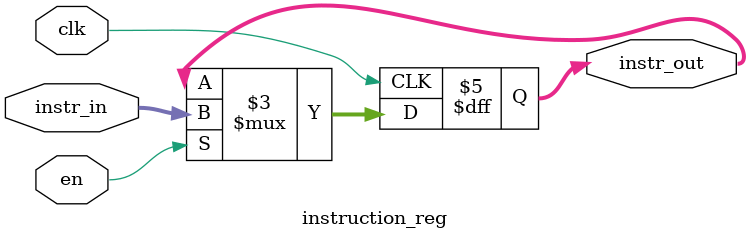
<source format=v>
`timescale 1ns / 1ps
module instruction_reg(
	input [31:0]instr_in,
	input clk,
	input en,
	output reg [31:0]instr_out
);

always @ (posedge clk)
begin
	if(en)
	begin
		instr_out = instr_in;
	end
	else
	begin
		instr_out = instr_out;
	end
end

endmodule

</source>
